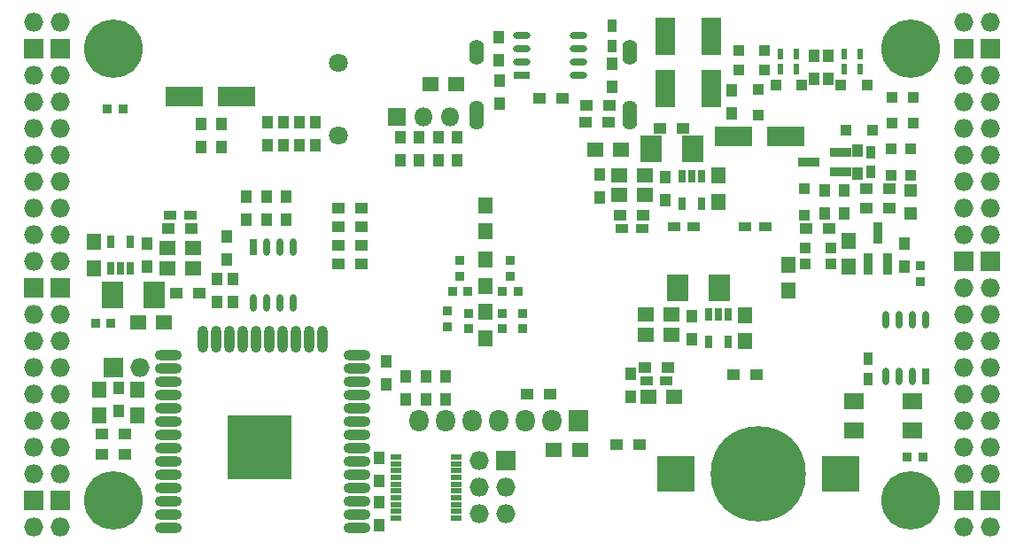
<source format=gbs>
G04 #@! TF.FileFunction,Soldermask,Bot*
%FSLAX46Y46*%
G04 Gerber Fmt 4.6, Leading zero omitted, Abs format (unit mm)*
G04 Created by KiCad (PCBNEW 4.0.7+dfsg1-1) date Thu Mar 29 14:14:46 2018*
%MOMM*%
%LPD*%
G01*
G04 APERTURE LIST*
%ADD10C,0.100000*%
%ADD11R,1.800000X1.800000*%
%ADD12O,1.800000X1.800000*%
%ADD13R,1.000000X1.300000*%
%ADD14O,1.827200X1.827200*%
%ADD15R,1.827200X1.827200*%
%ADD16R,1.900000X3.600000*%
%ADD17R,1.300000X1.000000*%
%ADD18R,2.100000X2.600000*%
%ADD19R,0.800000X1.300000*%
%ADD20R,1.350000X1.600000*%
%ADD21R,1.600000X1.350000*%
%ADD22R,0.900000X2.000000*%
%ADD23R,2.000000X0.900000*%
%ADD24R,1.300000X0.850000*%
%ADD25R,0.850000X1.300000*%
%ADD26C,5.600000*%
%ADD27R,1.100000X0.500000*%
%ADD28R,1.827200X2.132000*%
%ADD29O,1.827200X2.132000*%
%ADD30R,3.600000X1.900000*%
%ADD31R,3.600000X3.400000*%
%ADD32C,9.100000*%
%ADD33R,1.100000X1.100000*%
%ADD34C,1.800000*%
%ADD35O,1.400000X2.800000*%
%ADD36O,1.400000X2.400000*%
%ADD37R,0.700000X1.650000*%
%ADD38O,0.700000X1.650000*%
%ADD39R,1.650000X0.700000*%
%ADD40O,1.650000X0.700000*%
%ADD41O,2.600000X1.000000*%
%ADD42O,1.000000X2.600000*%
%ADD43R,6.100000X6.100000*%
%ADD44R,1.900000X1.500000*%
%ADD45R,1.300000X1.300000*%
%ADD46R,0.850000X0.900000*%
%ADD47R,0.900000X0.850000*%
%ADD48R,0.600000X1.000000*%
G04 APERTURE END LIST*
D10*
D11*
X130056000Y-71725000D03*
D12*
X132596000Y-71725000D03*
X135136000Y-71725000D03*
D13*
X169919000Y-68065000D03*
X169919000Y-65865000D03*
D14*
X97910000Y-62690000D03*
X95370000Y-62690000D03*
D15*
X97910000Y-65230000D03*
X95370000Y-65230000D03*
D14*
X97910000Y-67770000D03*
X95370000Y-67770000D03*
X97910000Y-70310000D03*
X95370000Y-70310000D03*
X97910000Y-72850000D03*
X95370000Y-72850000D03*
X97910000Y-75390000D03*
X95370000Y-75390000D03*
X97910000Y-77930000D03*
X95370000Y-77930000D03*
X97910000Y-80470000D03*
X95370000Y-80470000D03*
X97910000Y-83010000D03*
X95370000Y-83010000D03*
X97910000Y-85550000D03*
X95370000Y-85550000D03*
D15*
X97910000Y-88090000D03*
X95370000Y-88090000D03*
D14*
X97910000Y-90630000D03*
X95370000Y-90630000D03*
X97910000Y-93170000D03*
X95370000Y-93170000D03*
X97910000Y-95710000D03*
X95370000Y-95710000D03*
X97910000Y-98250000D03*
X95370000Y-98250000D03*
X97910000Y-100790000D03*
X95370000Y-100790000D03*
X97910000Y-103330000D03*
X95370000Y-103330000D03*
X97910000Y-105870000D03*
X95370000Y-105870000D03*
D15*
X97910000Y-108410000D03*
X95370000Y-108410000D03*
D14*
X97910000Y-110950000D03*
X95370000Y-110950000D03*
D13*
X103498000Y-99858000D03*
X103498000Y-97658000D03*
D16*
X155695000Y-69000000D03*
X155695000Y-64000000D03*
D17*
X157430000Y-72850000D03*
X155230000Y-72850000D03*
D18*
X160870000Y-88090000D03*
X156870000Y-88090000D03*
D19*
X159825000Y-90600000D03*
X160775000Y-90600000D03*
X161725000Y-90600000D03*
X161725000Y-93200000D03*
X159825000Y-93200000D03*
D18*
X102895000Y-88725000D03*
X106895000Y-88725000D03*
D19*
X104575000Y-86215000D03*
X103625000Y-86215000D03*
X102675000Y-86215000D03*
X102675000Y-83615000D03*
X104575000Y-83615000D03*
D18*
X158330000Y-74755000D03*
X154330000Y-74755000D03*
D19*
X157285000Y-77392000D03*
X158235000Y-77392000D03*
X159185000Y-77392000D03*
X159185000Y-79992000D03*
X157285000Y-79992000D03*
D20*
X101085000Y-83665000D03*
X101085000Y-86165000D03*
D21*
X153810000Y-90630000D03*
X156310000Y-90630000D03*
X153810000Y-92535000D03*
X156310000Y-92535000D03*
D20*
X163315000Y-93150000D03*
X163315000Y-90650000D03*
D21*
X151270000Y-79200000D03*
X153770000Y-79200000D03*
X151270000Y-77295000D03*
X153770000Y-77295000D03*
D20*
X160775000Y-79815000D03*
X160775000Y-77315000D03*
D21*
X110590000Y-84280000D03*
X108090000Y-84280000D03*
X110590000Y-86185000D03*
X108090000Y-86185000D03*
D20*
X173221000Y-86038000D03*
X173221000Y-83538000D03*
D22*
X176965000Y-85780000D03*
X175065000Y-85780000D03*
X176015000Y-82780000D03*
D23*
X172435000Y-75075000D03*
X172435000Y-76975000D03*
X169435000Y-76025000D03*
D24*
X153910000Y-96910000D03*
X155810000Y-96910000D03*
X151570000Y-82375000D03*
X153470000Y-82375000D03*
X110290000Y-81105000D03*
X108390000Y-81105000D03*
D25*
X175380000Y-75075000D03*
X175380000Y-76975000D03*
D17*
X169200000Y-82375000D03*
X171400000Y-82375000D03*
D13*
X172840000Y-80935000D03*
X172840000Y-78735000D03*
D17*
X177115000Y-80470000D03*
X174915000Y-80470000D03*
D13*
X174110000Y-74925000D03*
X174110000Y-77125000D03*
X178555000Y-83815000D03*
X178555000Y-86015000D03*
X113785000Y-83180000D03*
X113785000Y-85380000D03*
X170935000Y-80935000D03*
X170935000Y-78735000D03*
X128390000Y-108580000D03*
X128390000Y-110780000D03*
D17*
X153239000Y-103076000D03*
X151039000Y-103076000D03*
X177115000Y-78565000D03*
X174915000Y-78565000D03*
X153760000Y-95640000D03*
X155960000Y-95640000D03*
X110440000Y-82375000D03*
X108240000Y-82375000D03*
X151420000Y-81105000D03*
X153620000Y-81105000D03*
D13*
X158235000Y-90800000D03*
X158235000Y-93000000D03*
X106165000Y-86015000D03*
X106165000Y-83815000D03*
X155695000Y-77465000D03*
X155695000Y-79665000D03*
D17*
X126696000Y-85804000D03*
X124496000Y-85804000D03*
X126696000Y-84026000D03*
X124496000Y-84026000D03*
X126696000Y-82248000D03*
X124496000Y-82248000D03*
X126696000Y-80470000D03*
X124496000Y-80470000D03*
D13*
X130422000Y-75873000D03*
X130422000Y-73673000D03*
X132200000Y-75873000D03*
X132200000Y-73673000D03*
X133993000Y-75873000D03*
X133993000Y-73673000D03*
X135771000Y-75873000D03*
X135771000Y-73673000D03*
D25*
X150589600Y-64910000D03*
X150589600Y-63010000D03*
D14*
X184270000Y-110950000D03*
X186810000Y-110950000D03*
D15*
X184270000Y-108410000D03*
X186810000Y-108410000D03*
D14*
X184270000Y-105870000D03*
X186810000Y-105870000D03*
X184270000Y-103330000D03*
X186810000Y-103330000D03*
X184270000Y-100790000D03*
X186810000Y-100790000D03*
X184270000Y-98250000D03*
X186810000Y-98250000D03*
X184270000Y-95710000D03*
X186810000Y-95710000D03*
X184270000Y-93170000D03*
X186810000Y-93170000D03*
X184270000Y-90630000D03*
X186810000Y-90630000D03*
X184270000Y-88090000D03*
X186810000Y-88090000D03*
D15*
X184270000Y-85550000D03*
X186810000Y-85550000D03*
D14*
X184270000Y-83010000D03*
X186810000Y-83010000D03*
X184270000Y-80470000D03*
X186810000Y-80470000D03*
X184270000Y-77930000D03*
X186810000Y-77930000D03*
X184270000Y-75390000D03*
X186810000Y-75390000D03*
X184270000Y-72850000D03*
X186810000Y-72850000D03*
X184270000Y-70310000D03*
X186810000Y-70310000D03*
X184270000Y-67770000D03*
X186810000Y-67770000D03*
D15*
X184270000Y-65230000D03*
X186810000Y-65230000D03*
D14*
X184270000Y-62690000D03*
X186810000Y-62690000D03*
D26*
X102990000Y-108410000D03*
X179190000Y-108410000D03*
X179190000Y-65230000D03*
X102990000Y-65230000D03*
D13*
X162045000Y-71410000D03*
X162045000Y-69210000D03*
X139820000Y-66330000D03*
X139820000Y-64130000D03*
X139835000Y-68212000D03*
X139835000Y-70412000D03*
X150615000Y-68870000D03*
X150615000Y-66670000D03*
D17*
X150275000Y-72215000D03*
X148075000Y-72215000D03*
X150380000Y-70600000D03*
X148180000Y-70600000D03*
D27*
X135735000Y-104215000D03*
X135735000Y-104865000D03*
X135735000Y-105515000D03*
X135735000Y-106165000D03*
X135735000Y-106815000D03*
X135735000Y-107465000D03*
X135735000Y-108115000D03*
X135735000Y-108765000D03*
X135735000Y-109415000D03*
X135735000Y-110065000D03*
X129935000Y-110065000D03*
X129935000Y-109415000D03*
X129935000Y-108765000D03*
X129935000Y-108115000D03*
X129935000Y-107465000D03*
X129935000Y-106815000D03*
X129935000Y-106165000D03*
X129935000Y-105515000D03*
X129935000Y-104865000D03*
X129935000Y-104215000D03*
D13*
X119500000Y-79370000D03*
X119500000Y-81570000D03*
X114420000Y-89444000D03*
X114420000Y-87244000D03*
X129025000Y-97275000D03*
X129025000Y-95075000D03*
X117595000Y-79370000D03*
X117595000Y-81570000D03*
X112896000Y-89444000D03*
X112896000Y-87244000D03*
X115690000Y-79370000D03*
X115690000Y-81570000D03*
D17*
X144730000Y-98250000D03*
X142530000Y-98250000D03*
D13*
X132835000Y-98715000D03*
X132835000Y-96515000D03*
X130930000Y-98715000D03*
X130930000Y-96515000D03*
D17*
X101890000Y-103965000D03*
X104090000Y-103965000D03*
D15*
X102990000Y-95710000D03*
D14*
X105530000Y-95710000D03*
D17*
X104090000Y-102060000D03*
X101890000Y-102060000D03*
D20*
X167506000Y-88324000D03*
X167506000Y-85824000D03*
D17*
X164415000Y-96345000D03*
X162215000Y-96345000D03*
D15*
X140455000Y-104600000D03*
D14*
X137915000Y-104600000D03*
X140455000Y-107140000D03*
X137915000Y-107140000D03*
X140455000Y-109680000D03*
X137915000Y-109680000D03*
D20*
X138500000Y-90370000D03*
X138500000Y-92870000D03*
X138500000Y-82670000D03*
X138500000Y-80170000D03*
X138500000Y-85370000D03*
X138500000Y-87870000D03*
X101593000Y-97762000D03*
X101593000Y-100262000D03*
D13*
X113277000Y-74585000D03*
X113277000Y-72385000D03*
X111372000Y-74585000D03*
X111372000Y-72385000D03*
X171316000Y-68065000D03*
X171316000Y-65865000D03*
D28*
X147440000Y-100790000D03*
D29*
X144900000Y-100790000D03*
X142360000Y-100790000D03*
X139820000Y-100790000D03*
X137280000Y-100790000D03*
X134740000Y-100790000D03*
X132200000Y-100790000D03*
D20*
X105276000Y-100262000D03*
X105276000Y-97762000D03*
D30*
X109761000Y-69802000D03*
X114761000Y-69802000D03*
X167212000Y-73612000D03*
X162212000Y-73612000D03*
D16*
X160140000Y-64000000D03*
X160140000Y-69000000D03*
D21*
X154064000Y-98504000D03*
X156564000Y-98504000D03*
X107796000Y-91392000D03*
X105296000Y-91392000D03*
X151484000Y-74882000D03*
X148984000Y-74882000D03*
D13*
X134740000Y-96515000D03*
X134740000Y-98715000D03*
D31*
X172485000Y-105870000D03*
X156685000Y-105870000D03*
D32*
X164585000Y-105870000D03*
D33*
X168756000Y-68659000D03*
X166256000Y-68659000D03*
X172479000Y-68659000D03*
X174979000Y-68659000D03*
X169050000Y-84280000D03*
X171550000Y-84280000D03*
X169030000Y-81085000D03*
X169030000Y-78585000D03*
X171550000Y-85804000D03*
X169050000Y-85804000D03*
X179190000Y-77275000D03*
X179190000Y-74775000D03*
X177285000Y-74775000D03*
X177285000Y-77275000D03*
X172987000Y-72977000D03*
X175487000Y-72977000D03*
X164585000Y-69060000D03*
X164585000Y-71560000D03*
D13*
X128390000Y-106546000D03*
X128390000Y-104346000D03*
X117722000Y-74458000D03*
X117722000Y-72258000D03*
X119246000Y-74458000D03*
X119246000Y-72258000D03*
X120770000Y-74458000D03*
X120770000Y-72258000D03*
X122294000Y-74458000D03*
X122294000Y-72258000D03*
D17*
X145880000Y-69900000D03*
X143680000Y-69900000D03*
D34*
X124468000Y-66518000D03*
X124468000Y-73518000D03*
D35*
X152280000Y-71550000D03*
X137680000Y-71550000D03*
D36*
X137680000Y-65500000D03*
X152280000Y-65500000D03*
D37*
X180602000Y-96505000D03*
D38*
X179332000Y-96505000D03*
X178062000Y-96505000D03*
X176792000Y-96505000D03*
X176792000Y-91105000D03*
X178062000Y-91105000D03*
X179332000Y-91105000D03*
X180602000Y-91105000D03*
D39*
X141980000Y-67706500D03*
D40*
X141980000Y-66436500D03*
X141980000Y-65166500D03*
X141980000Y-63896500D03*
X147380000Y-63896500D03*
X147380000Y-65166500D03*
X147380000Y-66436500D03*
X147380000Y-67706500D03*
D37*
X116325000Y-84120000D03*
D38*
X117595000Y-84120000D03*
X118865000Y-84120000D03*
X120135000Y-84120000D03*
X120135000Y-89520000D03*
X118865000Y-89520000D03*
X117595000Y-89520000D03*
X116325000Y-89520000D03*
D41*
X126230000Y-111000000D03*
X126230000Y-109730000D03*
X126230000Y-108460000D03*
X126230000Y-107190000D03*
X126230000Y-105920000D03*
X126230000Y-104650000D03*
X126230000Y-103380000D03*
X126230000Y-102110000D03*
X126230000Y-100840000D03*
X126230000Y-99570000D03*
X126230000Y-98300000D03*
X126230000Y-97030000D03*
X126230000Y-95760000D03*
X126230000Y-94490000D03*
D42*
X122945000Y-93000000D03*
X121675000Y-93000000D03*
X120405000Y-93000000D03*
X119135000Y-93000000D03*
X117865000Y-93000000D03*
X116595000Y-93000000D03*
X115325000Y-93000000D03*
X114055000Y-93000000D03*
X112785000Y-93000000D03*
X111515000Y-93000000D03*
D41*
X108230000Y-94490000D03*
X108230000Y-95760000D03*
X108230000Y-97030000D03*
X108230000Y-98300000D03*
X108230000Y-99570000D03*
X108230000Y-100840000D03*
X108230000Y-102110000D03*
X108230000Y-103380000D03*
X108230000Y-104650000D03*
X108230000Y-105920000D03*
X108230000Y-107190000D03*
X108230000Y-108460000D03*
X108230000Y-109730000D03*
X108230000Y-111000000D03*
D43*
X116930000Y-103300000D03*
D44*
X179344000Y-98882000D03*
X173744000Y-98882000D03*
X173744000Y-101682000D03*
X179344000Y-101682000D03*
D45*
X179190000Y-78735000D03*
X179190000Y-80935000D03*
D46*
X140900000Y-86970000D03*
X140900000Y-85470000D03*
X136100000Y-86970000D03*
X136100000Y-85470000D03*
X136900000Y-91970000D03*
X136900000Y-90470000D03*
X140100000Y-91970000D03*
X140100000Y-90470000D03*
X142100000Y-91970000D03*
X142100000Y-90470000D03*
X134900000Y-91770000D03*
X134900000Y-90270000D03*
D47*
X136850000Y-88420000D03*
X135350000Y-88420000D03*
X140150000Y-88420000D03*
X141650000Y-88420000D03*
D24*
X163350000Y-82220000D03*
X165250000Y-82220000D03*
X158450000Y-82220000D03*
X156550000Y-82220000D03*
D25*
X175100000Y-94870000D03*
X175100000Y-96770000D03*
D48*
X166756000Y-67135000D03*
X168256000Y-67135000D03*
X174350000Y-67120000D03*
X172850000Y-67120000D03*
D33*
X162700000Y-67262000D03*
X165200000Y-67262000D03*
X165200000Y-65357000D03*
X162700000Y-65357000D03*
X177412000Y-72322000D03*
X177412000Y-69822000D03*
X179444000Y-69822000D03*
X179444000Y-72322000D03*
D48*
X166756000Y-65738000D03*
X168256000Y-65738000D03*
X172852000Y-65738000D03*
X174352000Y-65738000D03*
D13*
X152393000Y-96261000D03*
X152393000Y-98461000D03*
D17*
X109002000Y-88598000D03*
X111202000Y-88598000D03*
D13*
X149472000Y-77211000D03*
X149472000Y-79411000D03*
D21*
X145047000Y-103584000D03*
X147547000Y-103584000D03*
X133251000Y-68550000D03*
X135751000Y-68550000D03*
D47*
X103870000Y-70963000D03*
X102370000Y-70963000D03*
X102739000Y-91410000D03*
X101239000Y-91410000D03*
D46*
X180094000Y-85961000D03*
X180094000Y-87461000D03*
D47*
X178848000Y-104237000D03*
X180348000Y-104237000D03*
M02*

</source>
